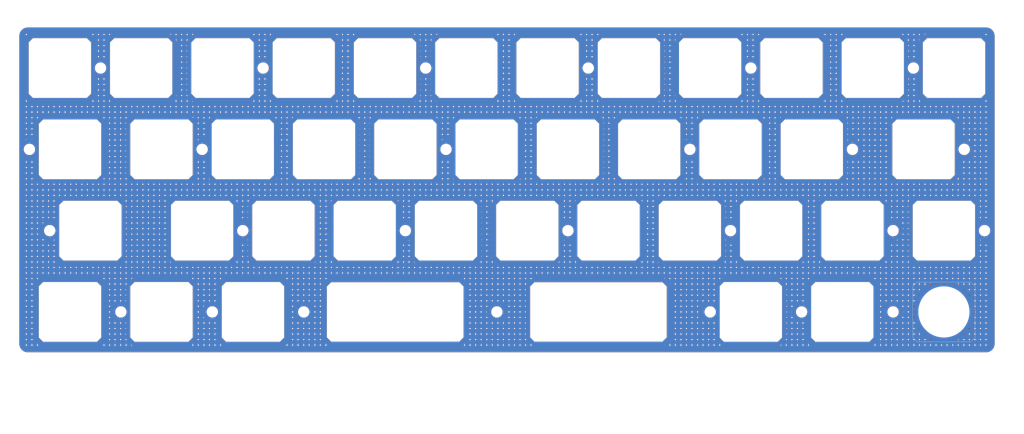
<source format=kicad_pcb>
(kicad_pcb (version 20221018) (generator pcbnew)
  (layers (0 "F.Cu" signal) (31 "B.Cu" signal) (34 "B.Paste" user) (35 "F.Paste" user) (36 "B.SilkS" user "B.Silkscreen") (37 "F.SilkS" user "F.Silkscreen") (38 "B.Mask" user) (39 "F.Mask" user) (44 "Edge.Cuts" user))
  (net 0 "")
  (net 1 "GND")
  (footprint "capacitive_sensors:plate_cut_1U_topre" (layer "F.Cu") (at 226.5 87.625)
    (fp_text reference "ECSW22")
    (fp_text value "~" hide)
    (fp_line (start -7.3 -6) (end -7.3 6) (stroke (width 0.05)) (layer "Edge.Cuts"))
    (fp_line (start -7.3 -6) (end -6.3 -7) (stroke (width 0.05)) (layer "Edge.Cuts"))
    (fp_line (start -6.3 7) (end -7.3 6) (stroke (width 0.05)) (layer "Edge.Cuts"))
    (fp_line (start -6.3 7) (end 6.3 7) (stroke (width 0.05)) (layer "Edge.Cuts"))
    (fp_line (start 6.3 -7) (end -6.3 -7) (stroke (width 0.05)) (layer "Edge.Cuts"))
    (fp_line (start 6.3 7) (end 7.3 6) (stroke (width 0.05)) (layer "Edge.Cuts"))
    (fp_line (start 7.3 -6) (end 6.3 -7) (stroke (width 0.05)) (layer "Edge.Cuts"))
    (fp_line (start 7.3 6) (end 7.3 -6) (stroke (width 0.05)) (layer "Edge.Cuts"))
  )
  (footprint "capacitive_sensors:plate_cut_1U_topre" (layer "F.Cu") (at 221.7375 68.575)
    (fp_text reference "ECSW10")
    (fp_text value "~" hide)
    (fp_line (start -7.3 -6) (end -7.3 6) (stroke (width 0.05)) (layer "Edge.Cuts"))
    (fp_line (start -7.3 -6) (end -6.3 -7) (stroke (width 0.05)) (layer "Edge.Cuts"))
    (fp_line (start -6.3 7) (end -7.3 6) (stroke (width 0.05)) (layer "Edge.Cuts"))
    (fp_line (start -6.3 7) (end 6.3 7) (stroke (width 0.05)) (layer "Edge.Cuts"))
    (fp_line (start 6.3 -7) (end -6.3 -7) (stroke (width 0.05)) (layer "Edge.Cuts"))
    (fp_line (start 6.3 7) (end 7.3 6) (stroke (width 0.05)) (layer "Edge.Cuts"))
    (fp_line (start 7.3 -6) (end 6.3 -7) (stroke (width 0.05)) (layer "Edge.Cuts"))
    (fp_line (start 7.3 6) (end 7.3 -6) (stroke (width 0.05)) (layer "Edge.Cuts"))
  )
  (footprint "capacitive_sensors:plate_cut_1U_topre" (layer "F.Cu") (at 107.4375 68.575)
    (fp_text reference "ECSW4")
    (fp_text value "~" hide)
    (fp_line (start -7.3 -6) (end -7.3 6) (stroke (width 0.05)) (layer "Edge.Cuts"))
    (fp_line (start -7.3 -6) (end -6.3 -7) (stroke (width 0.05)) (layer "Edge.Cuts"))
    (fp_line (start -6.3 7) (end -7.3 6) (stroke (width 0.05)) (layer "Edge.Cuts"))
    (fp_line (start -6.3 7) (end 6.3 7) (stroke (width 0.05)) (layer "Edge.Cuts"))
    (fp_line (start 6.3 -7) (end -6.3 -7) (stroke (width 0.05)) (layer "Edge.Cuts"))
    (fp_line (start 6.3 7) (end 7.3 6) (stroke (width 0.05)) (layer "Edge.Cuts"))
    (fp_line (start 7.3 -6) (end 6.3 -7) (stroke (width 0.05)) (layer "Edge.Cuts"))
    (fp_line (start 7.3 6) (end 7.3 -6) (stroke (width 0.05)) (layer "Edge.Cuts"))
  )
  (footprint "capacitive_sensors:MountingHole_2.2mm_M2" (layer "F.Cu") (at 262.21875 87.625)
    (fp_text reference "H13" hide)
    (fp_text value "MountingHole")
    (fp_circle (center 0 0) (end 1.1 0) (stroke (width 0.05)) (fill none) (layer "Edge.Cuts"))
    (pad "" np_thru_hole circle (at 0 0) (size 2.2 2.2) (drill 2.2) (layers "*.Cu" "*.Mask"))
  )
  (footprint "capacitive_sensors:MountingHole_2.2mm_M2" (layer "F.Cu") (at 212.2125 68.575)
    (fp_text reference "H5" hide)
    (fp_text value "MountingHole")
    (fp_circle (center 0 0) (end 1.1 0) (stroke (width 0.05)) (fill none) (layer "Edge.Cuts"))
    (pad "" np_thru_hole circle (at 0 0) (size 2.2 2.2) (drill 2.2) (layers "*.Cu" "*.Mask"))
  )
  (footprint "capacitive_sensors:MountingHole_2.2mm_M2" (layer "F.Cu") (at 47.90625 106.675)
    (fp_text reference "H14" hide)
    (fp_text value "MountingHole")
    (fp_circle (center 0 0) (end 1.1 0) (stroke (width 0.05)) (fill none) (layer "Edge.Cuts"))
    (pad "" np_thru_hole circle (at 0 0) (size 2.2 2.2) (drill 2.2) (layers "*.Cu" "*.Mask"))
  )
  (footprint "capacitive_sensors:MountingHole_2.2mm_M2" (layer "F.Cu") (at 43.14375 87.625)
    (fp_text reference "H7" hide)
    (fp_text value "MountingHole")
    (fp_circle (center 0 0) (end 1.1 0) (stroke (width 0.05)) (fill none) (layer "Edge.Cuts"))
    (pad "" np_thru_hole circle (at 0 0) (size 2.2 2.2) (drill 2.2) (layers "*.Cu" "*.Mask"))
  )
  (footprint "capacitive_sensors:plate_cut_1U_topre" (layer "F.Cu") (at 259.8375 68.575)
    (fp_text reference "ECSW12")
    (fp_text value "~" hide)
    (fp_line (start -7.3 -6) (end -7.3 6) (stroke (width 0.05)) (layer "Edge.Cuts"))
    (fp_line (start -7.3 -6) (end -6.3 -7) (stroke (width 0.05)) (layer "Edge.Cuts"))
    (fp_line (start -6.3 7) (end -7.3 6) (stroke (width 0.05)) (layer "Edge.Cuts"))
    (fp_line (start -6.3 7) (end 6.3 7) (stroke (width 0.05)) (layer "Edge.Cuts"))
    (fp_line (start 6.3 -7) (end -6.3 -7) (stroke (width 0.05)) (layer "Edge.Cuts"))
    (fp_line (start 6.3 7) (end 7.3 6) (stroke (width 0.05)) (layer "Edge.Cuts"))
    (fp_line (start 7.3 -6) (end 6.3 -7) (stroke (width 0.05)) (layer "Edge.Cuts"))
    (fp_line (start 7.3 6) (end 7.3 -6) (stroke (width 0.05)) (layer "Edge.Cuts"))
  )
  (footprint "capacitive_sensors:plate_cut_1U_topre" (layer "F.Cu") (at 197.925 106.675)
    (fp_text reference "ECSW31")
    (fp_text value "~" hide)
    (fp_line (start -7.3 -6) (end -7.3 6) (stroke (width 0.05)) (layer "Edge.Cuts"))
    (fp_line (start -7.3 -6) (end -6.3 -7) (stroke (width 0.05)) (layer "Edge.Cuts"))
    (fp_line (start -6.3 7) (end -7.3 6) (stroke (width 0.05)) (layer "Edge.Cuts"))
    (fp_line (start -6.3 7) (end 6.3 7) (stroke (width 0.05)) (layer "Edge.Cuts"))
    (fp_line (start 6.3 -7) (end -6.3 -7) (stroke (width 0.05)) (layer "Edge.Cuts"))
    (fp_line (start 6.3 7) (end 7.3 6) (stroke (width 0.05)) (layer "Edge.Cuts"))
    (fp_line (start 7.3 -6) (end 6.3 -7) (stroke (width 0.05)) (layer "Edge.Cuts"))
    (fp_line (start 7.3 6) (end 7.3 -6) (stroke (width 0.05)) (layer "Edge.Cuts"))
  )
  (footprint "capacitive_sensors:plate_cut_1U_topre" (layer "F.Cu") (at 121.725 106.675)
    (fp_text reference "ECSW27")
    (fp_text value "~" hide)
    (fp_line (start -7.3 -6) (end -7.3 6) (stroke (width 0.05)) (layer "Edge.Cuts"))
    (fp_line (start -7.3 -6) (end -6.3 -7) (stroke (width 0.05)) (layer "Edge.Cuts"))
    (fp_line (start -6.3 7) (end -7.3 6) (stroke (width 0.05)) (layer "Edge.Cuts"))
    (fp_line (start -6.3 7) (end 6.3 7) (stroke (width 0.05)) (layer "Edge.Cuts"))
    (fp_line (start 6.3 -7) (end -6.3 -7) (stroke (width 0.05)) (layer "Edge.Cuts"))
    (fp_line (start 6.3 7) (end 7.3 6) (stroke (width 0.05)) (layer "Edge.Cuts"))
    (fp_line (start 7.3 -6) (end 6.3 -7) (stroke (width 0.05)) (layer "Edge.Cuts"))
    (fp_line (start 7.3 6) (end 7.3 -6) (stroke (width 0.05)) (layer "Edge.Cuts"))
  )
  (footprint "capacitive_sensors:plate_cut_2U_topre" (layer "F.Cu") (at 176.49375 125.725)
    (fp_text reference "ECSW39")
    (fp_text value "~" hide)
    (fp_line (start -16 -5.95) (end -16 5.95) (stroke (width 0.05)) (layer "Edge.Cuts"))
    (fp_line (start -16 -5.95) (end -15 -6.95) (stroke (width 0.05)) (layer "Edge.Cuts"))
    (fp_line (start -15 6.95) (end -16 5.95) (stroke (width 0.05)) (layer "Edge.Cuts"))
    (fp_line (start -15 6.95) (end 15 6.95) (stroke (width 0.05)) (layer "Edge.Cuts"))
    (fp_line (start 15 -6.95) (end -15 -6.95) (stroke (width 0.05)) (layer "Edge.Cuts"))
    (fp_line (start 15 6.95) (end 16 5.95) (stroke (width 0.05)) (layer "Edge.Cuts"))
    (fp_line (start 16 -5.95) (end 15 -6.95) (stroke (width 0.05)) (layer "Edge.Cuts"))
    (fp_line (start 16 5.95) (end 16 -5.95) (stroke (width 0.05)) (layer "Edge.Cuts"))
  )
  (footprint "capacitive_sensors:plate_cut_1U_topre" (layer "F.Cu") (at 233.64375 125.725)
    (fp_text reference "ECSW41")
    (fp_text value "~" hide)
    (fp_line (start -7.3 -6) (end -7.3 6) (stroke (width 0.05)) (layer "Edge.Cuts"))
    (fp_line (start -7.3 -6) (end -6.3 -7) (stroke (width 0.05)) (layer "Edge.Cuts"))
    (fp_line (start -6.3 7) (end -7.3 6) (stroke (width 0.05)) (layer "Edge.Cuts"))
    (fp_line (start -6.3 7) (end 6.3 7) (stroke (width 0.05)) (layer "Edge.Cuts"))
    (fp_line (start 6.3 -7) (end -6.3 -7) (stroke (width 0.05)) (layer "Edge.Cuts"))
    (fp_line (start 6.3 7) (end 7.3 6) (stroke (width 0.05)) (layer "Edge.Cuts"))
    (fp_line (start 7.3 -6) (end 6.3 -7) (stroke (width 0.05)) (layer "Edge.Cuts"))
    (fp_line (start 7.3 6) (end 7.3 -6) (stroke (width 0.05)) (layer "Edge.Cuts"))
  )
  (footprint "capacitive_sensors:MountingHole_2.2mm_M2" (layer "F.Cu") (at 202.6875 125.725)
    (fp_text reference "H23" hide)
    (fp_text value "MountingHole")
    (fp_circle (center 0 0) (end 1.1 0) (stroke (width 0.05)) (fill none) (layer "Edge.Cuts"))
    (pad "" np_thru_hole circle (at 0 0) (size 2.2 2.2) (drill 2.2) (layers "*.Cu" "*.Mask"))
  )
  (footprint "capacitive_sensors:plate_cut_1U_topre" (layer "F.Cu") (at 216.975 106.675)
    (fp_text reference "ECSW32")
    (fp_text value "~" hide)
    (fp_line (start -7.3 -6) (end -7.3 6) (stroke (width 0.05)) (layer "Edge.Cuts"))
    (fp_line (start -7.3 -6) (end -6.3 -7) (stroke (width 0.05)) (layer "Edge.Cuts"))
    (fp_line (start -6.3 7) (end -7.3 6) (stroke (width 0.05)) (layer "Edge.Cuts"))
    (fp_line (start -6.3 7) (end 6.3 7) (stroke (width 0.05)) (layer "Edge.Cuts"))
    (fp_line (start 6.3 -7) (end -6.3 -7) (stroke (width 0.05)) (layer "Edge.Cuts"))
    (fp_line (start 6.3 7) (end 7.3 6) (stroke (width 0.05)) (layer "Edge.Cuts"))
    (fp_line (start 7.3 -6) (end 6.3 -7) (stroke (width 0.05)) (layer "Edge.Cuts"))
    (fp_line (start 7.3 6) (end 7.3 -6) (stroke (width 0.05)) (layer "Edge.Cuts"))
  )
  (footprint "capacitive_sensors:plate_cut_1U_topre" (layer "F.Cu") (at 112.2 87.625)
    (fp_text reference "ECSW16")
    (fp_text value "~" hide)
    (fp_line (start -7.3 -6) (end -7.3 6) (stroke (width 0.05)) (layer "Edge.Cuts"))
    (fp_line (start -7.3 -6) (end -6.3 -7) (stroke (width 0.05)) (layer "Edge.Cuts"))
    (fp_line (start -6.3 7) (end -7.3 6) (stroke (width 0.05)) (layer "Edge.Cuts"))
    (fp_line (start -6.3 7) (end 6.3 7) (stroke (width 0.05)) (layer "Edge.Cuts"))
    (fp_line (start 6.3 -7) (end -6.3 -7) (stroke (width 0.05)) (layer "Edge.Cuts"))
    (fp_line (start 6.3 7) (end 7.3 6) (stroke (width 0.05)) (layer "Edge.Cuts"))
    (fp_line (start 7.3 -6) (end 6.3 -7) (stroke (width 0.05)) (layer "Edge.Cuts"))
    (fp_line (start 7.3 6) (end 7.3 -6) (stroke (width 0.05)) (layer "Edge.Cuts"))
  )
  (footprint "capacitive_sensors:MountingHole_2.2mm_M2" (layer "F.Cu") (at 64.575 125.725)
    (fp_text reference "H21" hide)
    (fp_text value "MountingHole")
    (fp_circle (center 0 0) (end 1.1 0) (stroke (width 0.05)) (fill none) (layer "Edge.Cuts"))
    (pad "" np_thru_hole circle (at 0 0) (size 2.2 2.2) (drill 2.2) (layers "*.Cu" "*.Mask"))
  )
  (footprint "capacitive_sensors:plate_cut_1U_topre" (layer "F.Cu") (at 257.45625 106.675)
    (fp_text reference "ECSW34")
    (fp_text value "~" hide)
    (fp_line (start -7.3 -6) (end -7.3 6) (stroke (width 0.05)) (layer "Edge.Cuts"))
    (fp_line (start -7.3 -6) (end -6.3 -7) (stroke (width 0.05)) (layer "Edge.Cuts"))
    (fp_line (start -6.3 7) (end -7.3 6) (stroke (width 0.05)) (layer "Edge.Cuts"))
    (fp_line (start -6.3 7) (end 6.3 7) (stroke (width 0.05)) (layer "Edge.Cuts"))
    (fp_line (start 6.3 -7) (end -6.3 -7) (stroke (width 0.05)) (layer "Edge.Cuts"))
    (fp_line (start 6.3 7) (end 7.3 6) (stroke (width 0.05)) (layer "Edge.Cuts"))
    (fp_line (start 7.3 -6) (end 6.3 -7) (stroke (width 0.05)) (layer "Edge.Cuts"))
    (fp_line (start 7.3 6) (end 7.3 -6) (stroke (width 0.05)) (layer "Edge.Cuts"))
  )
  (footprint "capacitive_sensors:MountingHole_2.2mm_M2" (layer "F.Cu") (at 93.15 106.675)
    (fp_text reference "H15" hide)
    (fp_text value "MountingHole")
    (fp_circle (center 0 0) (end 1.1 0) (stroke (width 0.05)) (fill none) (layer "Edge.Cuts"))
    (pad "" np_thru_hole circle (at 0 0) (size 2.2 2.2) (drill 2.2) (layers "*.Cu" "*.Mask"))
  )
  (footprint "capacitive_sensors:plate_cut_1U_topre" (layer "F.Cu") (at 93.15 87.625)
    (fp_text reference "ECSW15")
    (fp_text value "~" hide)
    (fp_line (start -7.3 -6) (end -7.3 6) (stroke (width 0.05)) (layer "Edge.Cuts"))
    (fp_line (start -7.3 -6) (end -6.3 -7) (stroke (width 0.05)) (layer "Edge.Cuts"))
    (fp_line (start -6.3 7) (end -7.3 6) (stroke (width 0.05)) (layer "Edge.Cuts"))
    (fp_line (start -6.3 7) (end 6.3 7) (stroke (width 0.05)) (layer "Edge.Cuts"))
    (fp_line (start 6.3 -7) (end -6.3 -7) (stroke (width 0.05)) (layer "Edge.Cuts"))
    (fp_line (start 6.3 7) (end 7.3 6) (stroke (width 0.05)) (layer "Edge.Cuts"))
    (fp_line (start 7.3 -6) (end 6.3 -7) (stroke (width 0.05)) (layer "Edge.Cuts"))
    (fp_line (start 7.3 6) (end 7.3 -6) (stroke (width 0.05)) (layer "Edge.Cuts"))
  )
  (footprint "capacitive_sensors:plate_cut_1U_topre" (layer "F.Cu") (at 164.5875 68.575)
    (fp_text reference "ECSW7")
    (fp_text value "~" hide)
    (fp_line (start -7.3 -6) (end -7.3 6) (stroke (width 0.05)) (layer "Edge.Cuts"))
    (fp_line (start -7.3 -6) (end -6.3 -7) (stroke (width 0.05)) (layer "Edge.Cuts"))
    (fp_line (start -6.3 7) (end -7.3 6) (stroke (width 0.05)) (layer "Edge.Cuts"))
    (fp_line (start -6.3 7) (end 6.3 7) (stroke (width 0.05)) (layer "Edge.Cuts"))
    (fp_line (start 6.3 -7) (end -6.3 -7) (stroke (width 0.05)) (layer "Edge.Cuts"))
    (fp_line (start 6.3 7) (end 7.3 6) (stroke (width 0.05)) (layer "Edge.Cuts"))
    (fp_line (start 7.3 -6) (end 6.3 -7) (stroke (width 0.05)) (layer "Edge.Cuts"))
    (fp_line (start 7.3 6) (end 7.3 -6) (stroke (width 0.05)) (layer "Edge.Cuts"))
  )
  (footprint "capacitive_sensors:plate_cut_1U_topre" (layer "F.Cu") (at 52.66875 125.725)
    (fp_text reference "ECSW35")
    (fp_text value "~" hide)
    (fp_line (start -7.3 -6) (end -7.3 6) (stroke (width 0.05)) (layer "Edge.Cuts"))
    (fp_line (start -7.3 -6) (end -6.3 -7) (stroke (width 0.05)) (layer "Edge.Cuts"))
    (fp_line (start -6.3 7) (end -7.3 6) (stroke (width 0.05)) (layer "Edge.Cuts"))
    (fp_line (start -6.3 7) (end 6.3 7) (stroke (width 0.05)) (layer "Edge.Cuts"))
    (fp_line (start 6.3 -7) (end -6.3 -7) (stroke (width 0.05)) (layer "Edge.Cuts"))
    (fp_line (start 6.3 7) (end 7.3 6) (stroke (width 0.05)) (layer "Edge.Cuts"))
    (fp_line (start 7.3 -6) (end 6.3 -7) (stroke (width 0.05)) (layer "Edge.Cuts"))
    (fp_line (start 7.3 6) (end 7.3 -6) (stroke (width 0.05)) (layer "Edge.Cuts"))
  )
  (footprint "capacitive_sensors:MountingHole_2.2mm_M2" (layer "F.Cu") (at 245.55 125.725)
    (fp_text reference "H24" hide)
    (fp_text value "MountingHole")
    (fp_circle (center 0 0) (end 1.1 0) (stroke (width 0.05)) (fill none) (layer "Edge.Cuts"))
    (pad "" np_thru_hole circle (at 0 0) (size 2.2 2.2) (drill 2.2) (layers "*.Cu" "*.Mask"))
  )
  (footprint "capacitive_sensors:plate_cut_1U_topre" (layer "F.Cu") (at 240.7875 68.575)
    (fp_text reference "ECSW11")
    (fp_text value "~" hide)
    (fp_line (start -7.3 -6) (end -7.3 6) (stroke (width 0.05)) (layer "Edge.Cuts"))
    (fp_line (start -7.3 -6) (end -6.3 -7) (stroke (width 0.05)) (layer "Edge.Cuts"))
    (fp_line (start -6.3 7) (end -7.3 6) (stroke (width 0.05)) (layer "Edge.Cuts"))
    (fp_line (start -6.3 7) (end 6.3 7) (stroke (width 0.05)) (layer "Edge.Cuts"))
    (fp_line (start 6.3 -7) (end -6.3 -7) (stroke (width 0.05)) (layer "Edge.Cuts"))
    (fp_line (start 6.3 7) (end 7.3 6) (stroke (width 0.05)) (layer "Edge.Cuts"))
    (fp_line (start 7.3 -6) (end 6.3 -7) (stroke (width 0.05)) (layer "Edge.Cuts"))
    (fp_line (start 7.3 6) (end 7.3 -6) (stroke (width 0.05)) (layer "Edge.Cuts"))
  )
  (footprint "capacitive_sensors:plate_cut_1U_topre" (layer "F.Cu") (at 252.69375 87.625)
    (fp_text reference "ECSW23")
    (fp_text value "~" hide)
    (fp_line (start -7.3 -6) (end -7.3 6) (stroke (width 0.05)) (layer "Edge.Cuts"))
    (fp_line (start -7.3 -6) (end -6.3 -7) (stroke (width 0.05)) (layer "Edge.Cuts"))
    (fp_line (start -6.3 7) (end -7.3 6) (stroke (width 0.05)) (layer "Edge.Cuts"))
    (fp_line (start -6.3 7) (end 6.3 7) (stroke (width 0.05)) (layer "Edge.Cuts"))
    (fp_line (start 6.3 -7) (end -6.3 -7) (stroke (width 0.05)) (layer "Edge.Cuts"))
    (fp_line (start 6.3 7) (end 7.3 6) (stroke (width 0.05)) (layer "Edge.Cuts"))
    (fp_line (start 7.3 -6) (end 6.3 -7) (stroke (width 0.05)) (layer "Edge.Cuts"))
    (fp_line (start 7.3 6) (end 7.3 -6) (stroke (width 0.05)) (layer "Edge.Cuts"))
  )
  (footprint "capacitive_sensors:MountingHole_2.2mm_M2" (layer "F.Cu") (at 197.925 87.625)
    (fp_text reference "H11" hide)
    (fp_text value "MountingHole")
    (fp_circle (center 0 0) (end 1.1 0) (stroke (width 0.05)) (fill none) (layer "Edge.Cuts"))
    (pad "" np_thru_hole circle (at 0 0) (size 2.2 2.2) (drill 2.2) (layers "*.Cu" "*.Mask"))
  )
  (footprint "capacitive_sensors:plate_cut_2U_topre" (layer "F.Cu") (at 128.86875 125.725)
    (fp_text reference "ECSW38")
    (fp_text value "~" hide)
    (fp_line (start -16 -5.95) (end -16 5.95) (stroke (width 0.05)) (layer "Edge.Cuts"))
    (fp_line (start -16 -5.95) (end -15 -6.95) (stroke (width 0.05)) (layer "Edge.Cuts"))
    (fp_line (start -15 6.95) (end -16 5.95) (stroke (width 0.05)) (layer "Edge.Cuts"))
    (fp_line (start -15 6.95) (end 15 6.95) (stroke (width 0.05)) (layer "Edge.Cuts"))
    (fp_line (start 15 -6.95) (end -15 -6.95) (stroke (width 0.05)) (layer "Edge.Cuts"))
    (fp_line (start 15 6.95) (end 16 5.95) (stroke (width 0.05)) (layer "Edge.Cuts"))
    (fp_line (start 16 -5.95) (end 15 -6.95) (stroke (width 0.05)) (layer "Edge.Cuts"))
    (fp_line (start 16 5.95) (end 16 -5.95) (stroke (width 0.05)) (layer "Edge.Cuts"))
  )
  (footprint "capacitive_sensors:plate_cut_1U_topre" (layer "F.Cu") (at 169.35 87.625)
    (fp_text reference "ECSW19")
    (fp_text value "~" hide)
    (fp_line (start -7.3 -6) (end -7.3 6) (stroke (width 0.05)) (layer "Edge.Cuts"))
    (fp_line (start -7.3 -6) (end -6.3 -7) (stroke (width 0.05)) (layer "Edge.Cuts"))
    (fp_line (start -6.3 7) (end -7.3 6) (stroke (width 0.05)) (layer "Edge.Cuts"))
    (fp_line (start -6.3 7) (end 6.3 7) (stroke (width 0.05)) (layer "Edge.Cuts"))
    (fp_line (start 6.3 -7) (end -6.3 -7) (stroke (width 0.05)) (layer "Edge.Cuts"))
    (fp_line (start 6.3 7) (end 7.3 6) (stroke (width 0.05)) (layer "Edge.Cuts"))
    (fp_line (start 7.3 -6) (end 6.3 -7) (stroke (width 0.05)) (layer "Edge.Cuts"))
    (fp_line (start 7.3 6) (end 7.3 -6) (stroke (width 0.05)) (layer "Edge.Cuts"))
  )
  (footprint "capacitive_sensors:MountingHole_2.2mm_M2" (layer "F.Cu") (at 152.69375 125.725)
    (fp_text reference "H25" hide)
    (fp_text value "MountingHole")
    (fp_circle (center 0 0) (end 1.1 0) (stroke (width 0.05)) (fill none) (layer "Edge.Cuts"))
    (pad "" np_thru_hole circle (at 0 0) (size 2.2 2.2) (drill 2.2) (layers "*.Cu" "*.Mask"))
  )
  (footprint "capacitive_sensors:plate_cut_1U_topre" (layer "F.Cu") (at 50.2875 68.575)
    (fp_text reference "ECSW1")
    (fp_text value "~" hide)
    (fp_line (start -7.3 -6) (end -7.3 6) (stroke (width 0.05)) (layer "Edge.Cuts"))
    (fp_line (start -7.3 -6) (end -6.3 -7) (stroke (width 0.05)) (layer "Edge.Cuts"))
    (fp_line (start -6.3 7) (end -7.3 6) (stroke (width 0.05)) (layer "Edge.Cuts"))
    (fp_line (start -6.3 7) (end 6.3 7) (stroke (width 0.05)) (layer "Edge.Cuts"))
    (fp_line (start 6.3 -7) (end -6.3 -7) (stroke (width 0.05)) (layer "Edge.Cuts"))
    (fp_line (start 6.3 7) (end 7.3 6) (stroke (width 0.05)) (layer "Edge.Cuts"))
    (fp_line (start 7.3 -6) (end 6.3 -7) (stroke (width 0.05)) (layer "Edge.Cuts"))
    (fp_line (start 7.3 6) (end 7.3 -6) (stroke (width 0.05)) (layer "Edge.Cuts"))
  )
  (footprint "capacitive_sensors:plate_cut_1U_topre" (layer "F.Cu") (at 202.6875 68.575)
    (fp_text reference "ECSW9")
    (fp_text value "~" hide)
    (fp_line (start -7.3 -6) (end -7.3 6) (stroke (width 0.05)) (layer "Edge.Cuts"))
    (fp_line (start -7.3 -6) (end -6.3 -7) (stroke (width 0.05)) (layer "Edge.Cuts"))
    (fp_line (start -6.3 7) (end -7.3 6) (stroke (width 0.05)) (layer "Edge.Cuts"))
    (fp_line (start -6.3 7) (end 6.3 7) (stroke (width 0.05)) (layer "Edge.Cuts"))
    (fp_line (start 6.3 -7) (end -6.3 -7) (stroke (width 0.05)) (layer "Edge.Cuts"))
    (fp_line (start 6.3 7) (end 7.3 6) (stroke (width 0.05)) (layer "Edge.Cuts"))
    (fp_line (start 7.3 -6) (end 6.3 -7) (stroke (width 0.05)) (layer "Edge.Cuts"))
    (fp_line (start 7.3 6) (end 7.3 -6) (stroke (width 0.05)) (layer "Edge.Cuts"))
  )
  (footprint "capacitive_sensors:plate_cut_1U_topre" (layer "F.Cu") (at 102.675 106.675)
    (fp_text reference "ECSW26")
    (fp_text value "~" hide)
    (fp_line (start -7.3 -6) (end -7.3 6) (stroke (width 0.05)) (layer "Edge.Cuts"))
    (fp_line (start -7.3 -6) (end -6.3 -7) (stroke (width 0.05)) (layer "Edge.Cuts"))
    (fp_line (start -6.3 7) (end -7.3 6) (stroke (width 0.05)) (layer "Edge.Cuts"))
    (fp_line (start -6.3 7) (end 6.3 7) (stroke (width 0.05)) (layer "Edge.Cuts"))
    (fp_line (start 6.3 -7) (end -6.3 -7) (stroke (width 0.05)) (layer "Edge.Cuts"))
    (fp_line (start 6.3 7) (end 7.3 6) (stroke (width 0.05)) (layer "Edge.Cuts"))
    (fp_line (start 7.3 -6) (end 6.3 -7) (stroke (width 0.05)) (layer "Edge.Cuts"))
    (fp_line (start 7.3 6) (end 7.3 -6) (stroke (width 0.05)) (layer "Edge.Cuts"))
  )
  (footprint "capacitive_sensors:plate_cut_1U_topre" (layer "F.Cu") (at 236.025 106.675)
    (fp_text reference "ECSW33")
    (fp_text value "~" hide)
    (fp_line (start -7.3 -6) (end -7.3 6) (stroke (width 0.05)) (layer "Edge.Cuts"))
    (fp_line (start -7.3 -6) (end -6.3 -7) (stroke (width 0.05)) (layer "Edge.Cuts"))
    (fp_line (start -6.3 7) (end -7.3 6) (stroke (width 0.05)) (layer "Edge.Cuts"))
    (fp_line (start -6.3 7) (end 6.3 7) (stroke (width 0.05)) (layer "Edge.Cuts"))
    (fp_line (start 6.3 -7) (end -6.3 -7) (stroke (width 0.05)) (layer "Edge.Cuts"))
    (fp_line (start 6.3 7) (end 7.3 6) (stroke (width 0.05)) (layer "Edge.Cuts"))
    (fp_line (start 7.3 -6) (end 6.3 -7) (stroke (width 0.05)) (layer "Edge.Cuts"))
    (fp_line (start 7.3 6) (end 7.3 -6) (stroke (width 0.05)) (layer "Edge.Cuts"))
  )
  (footprint "capacitive_sensors:MountingHole_2.2mm_M2" (layer "F.Cu") (at 174.1125 68.575)
    (fp_text reference "H4" hide)
    (fp_text value "MountingHole")
    (fp_circle (center 0 0) (end 1.1 0) (stroke (width 0.05)) (fill none) (layer "Edge.Cuts"))
    (pad "" np_thru_hole circle (at 0 0) (size 2.2 2.2) (drill 2.2) (layers "*.Cu" "*.Mask"))
  )
  (footprint "capacitive_sensors:plate_cut_1U_topre" (layer "F.Cu") (at 83.625 106.675)
    (fp_text reference "ECSW25")
    (fp_text value "~" hide)
    (fp_line (start -7.3 -6) (end -7.3 6) (stroke (width 0.05)) (layer "Edge.Cuts"))
    (fp_line (start -7.3 -6) (end -6.3 -7) (stroke (width 0.05)) (layer "Edge.Cuts"))
    (fp_line (start -6.3 7) (end -7.3 6) (stroke (width 0.05)) (layer "Edge.Cuts"))
    (fp_line (start -6.3 7) (end 6.3 7) (stroke (width 0.05)) (layer "Edge.Cuts"))
    (fp_line (start 6.3 -7) (end -6.3 -7) (stroke (width 0.05)) (layer "Edge.Cuts"))
    (fp_line (start 6.3 7) (end 7.3 6) (stroke (width 0.05)) (layer "Edge.Cuts"))
    (fp_line (start 7.3 -6) (end 6.3 -7) (stroke (width 0.05)) (layer "Edge.Cuts"))
    (fp_line (start 7.3 6) (end 7.3 -6) (stroke (width 0.05)) (layer "Edge.Cuts"))
  )
  (footprint "capacitive_sensors:plate_cut_1U_topre" (layer "F.Cu") (at 74.1 125.725)
    (fp_text reference "ECSW36")
    (fp_text value "~" hide)
    (fp_line (start -7.3 -6) (end -7.3 6) (stroke (width 0.05)) (layer "Edge.Cuts"))
    (fp_line (start -7.3 -6) (end -6.3 -7) (stroke (width 0.05)) (layer "Edge.Cuts"))
    (fp_line (start -6.3 7) (end -7.3 6) (stroke (width 0.05)) (layer "Edge.Cuts"))
    (fp_line (start -6.3 7) (end 6.3 7) (stroke (width 0.05)) (layer "Edge.Cuts"))
    (fp_line (start 6.3 -7) (end -6.3 -7) (stroke (width 0.05)) (layer "Edge.Cuts"))
    (fp_line (start 6.3 7) (end 7.3 6) (stroke (width 0.05)) (layer "Edge.Cuts"))
    (fp_line (start 7.3 -6) (end 6.3 -7) (stroke (width 0.05)) (layer "Edge.Cuts"))
    (fp_line (start 7.3 6) (end 7.3 -6) (stroke (width 0.05)) (layer "Edge.Cuts"))
  )
  (footprint "capacitive_sensors:plate_cut_1U_topre" (layer "F.Cu") (at 159.825 106.675)
    (fp_text reference "ECSW29")
    (fp_text value "~" hide)
    (fp_line (start -7.3 -6) (end -7.3 6) (stroke (width 0.05)) (layer "Edge.Cuts"))
    (fp_line (start -7.3 -6) (end -6.3 -7) (stroke (width 0.05)) (layer "Edge.Cuts"))
    (fp_line (start -6.3 7) (end -7.3 6) (stroke (width 0.05)) (layer "Edge.Cuts"))
    (fp_line (start -6.3 7) (end 6.3 7) (stroke (width 0.05)) (layer "Edge.Cuts"))
    (fp_line (start 6.3 -7) (end -6.3 -7) (stroke (width 0.05)) (layer "Edge.Cuts"))
    (fp_line (start 6.3 7) (end 7.3 6) (stroke (width 0.05)) (layer "Edge.Cuts"))
    (fp_line (start 7.3 -6) (end 6.3 -7) (stroke (width 0.05)) (layer "Edge.Cuts"))
    (fp_line (start 7.3 6) (end 7.3 -6) (stroke (width 0.05)) (layer "Edge.Cuts"))
  )
  (footprint "capacitive_sensors:MountingHole_2.2mm_M2" (layer "F.Cu") (at 140.775 87.625)
    (fp_text reference "H10" hide)
    (fp_text value "MountingHole")
    (fp_circle (center 0 0) (end 1.1 0) (stroke (width 0.05)) (fill none) (layer "Edge.Cuts"))
    (pad "" np_thru_hole circle (at 0 0) (size 2.2 2.2) (drill 2.2) (layers "*.Cu" "*.Mask"))
  )
  (footprint "capacitive_sensors:plate_cut_1U_topre" (layer "F.Cu") (at 188.4 87.625)
    (fp_text reference "ECSW20")
    (fp_text value "~" hide)
    (fp_line (start -7.3 -6) (end -7.3 6) (stroke (width 0.05)) (layer "Edge.Cuts"))
    (fp_line (start -7.3 -6) (end -6.3 -7) (stroke (width 0.05)) (layer "Edge.Cuts"))
    (fp_line (start -6.3 7) (end -7.3 6) (stroke (width 0.05)) (layer "Edge.Cuts"))
    (fp_line (start -6.3 7) (end 6.3 7) (stroke (width 0.05)) (layer "Edge.Cuts"))
    (fp_line (start 6.3 -7) (end -6.3 -7) (stroke (width 0.05)) (layer "Edge.Cuts"))
    (fp_line (start 6.3 7) (end 7.3 6) (stroke (width 0.05)) (layer "Edge.Cuts"))
    (fp_line (start 7.3 -6) (end 6.3 -7) (stroke (width 0.05)) (layer "Edge.Cuts"))
    (fp_line (start 7.3 6) (end 7.3 -6) (stroke (width 0.05)) (layer "Edge.Cuts"))
  )
  (footprint "capacitive_sensors:MountingHole_2.2mm_M2" (layer "F.Cu") (at 97.9125 68.575)
    (fp_text reference "H2" hide)
    (fp_text value "MountingHole")
    (fp_circle (center 0 0) (end 1.1 0) (stroke (width 0.05)) (fill none) (layer "Edge.Cuts"))
    (pad "" np_thru_hole circle (at 0 0) (size 2.2 2.2) (drill 2.2) (layers "*.Cu" "*.Mask"))
  )
  (footprint "capacitive_sensors:MountingHole_2.2mm_M2" (layer "F.Cu") (at 250.3125 68.575)
    (fp_text reference "H6" hide)
    (fp_text value "MountingHole")
    (fp_circle (center 0 0) (end 1.1 0) (stroke (width 0.05)) (fill none) (layer "Edge.Cuts"))
    (pad "" np_thru_hole circle (at 0 0) (size 2.2 2.2) (drill 2.2) (layers "*.Cu" "*.Mask"))
  )
  (footprint "capacitive_sensors:MountingHole_2.2mm_M2" (layer "F.Cu") (at 136.0125 68.575)
    (fp_text reference "H3" hide)
    (fp_text value "MountingHole")
    (fp_circle (center 0 0) (end 1.1 0) (stroke (width 0.05)) (fill none) (layer "Edge.Cuts"))
    (pad "" np_thru_hole circle (at 0 0) (size 2.2 2.2) (drill 2.2) (layers "*.Cu" "*.Mask"))
  )
  (footprint "capacitive_sensors:plate_cut_1U_topre" (layer "F.Cu") (at 212.2125 125.725)
    (fp_text reference "ECSW40")
    (fp_text value "~" hide)
    (fp_line (start -7.3 -6) (end -7.3 6) (stroke (width 0.05)) (layer "Edge.Cuts"))
    (fp_line (start -7.3 -6) (end -6.3 -7) (stroke (width 0.05)) (layer "Edge.Cuts"))
    (fp_line (start -6.3 7) (end -7.3 6) (stroke (width 0.05)) (layer "Edge.Cuts"))
    (fp_line (start -6.3 7) (end 6.3 7) (stroke (width 0.05)) (layer "Edge.Cuts"))
    (fp_line (start 6.3 -7) (end -6.3 -7) (stroke (width 0.05)) (layer "Edge.Cuts"))
    (fp_line (start 6.3 7) (end 7.3 6) (stroke (width 0.05)) (layer "Edge.Cuts"))
    (fp_line (start 7.3 -6) (end 6.3 -7) (stroke (width 0.05)) (layer "Edge.Cuts"))
    (fp_line (start 7.3 6) (end 7.3 -6) (stroke (width 0.05)) (layer "Edge.Cuts"))
  )
  (footprint "capacitive_sensors:plate_cut_1U_topre" (layer "F.Cu") (at 178.875 106.675)
    (fp_text reference "ECSW30")
    (fp_text value "~" hide)
    (fp_line (start -7.3 -6) (end -7.3 6) (stroke (width 0.05)) (layer "Edge.Cuts"))
    (fp_line (start -7.3 -6) (end -6.3 -7) (stroke (width 0.05)) (layer "Edge.Cuts"))
    (fp_line (start -6.3 7) (end -7.3 6) (stroke (width 0.05)) (layer "Edge.Cuts"))
    (fp_line (start -6.3 7) (end 6.3 7) (stroke (width 0.05)) (layer "Edge.Cuts"))
    (fp_line (start 6.3 -7) (end -6.3 -7) (stroke (width 0.05)) (layer "Edge.Cuts"))
    (fp_line (start 6.3 7) (end 7.3 6) (stroke (width 0.05)) (layer "Edge.Cuts"))
    (fp_line (start 7.3 -6) (end 6.3 -7) (stroke (width 0.05)) (layer "Edge.Cuts"))
    (fp_line (start 7.3 6) (end 7.3 -6) (stroke (width 0.05)) (layer "Edge.Cuts"))
  )
  (footprint "capacitive_sensors:MountingHole_2.2mm_M2" (layer "F.Cu") (at 131.25 106.675)
    (fp_text reference "H16" hide)
    (fp_text value "MountingHole")
    (fp_circle (center 0 0) (end 1.1 0) (stroke (width 0.05)) (fill none) (layer "Edge.Cuts"))
    (pad "" np_thru_hole circle (at 0 0) (size 2.2 2.2) (drill 2.2) (layers "*.Cu" "*.Mask"))
  )
  (footprint "capacitive_sensors:plate_cut_1U_topre" (layer "F.Cu") (at 150.3 87.625)
    (fp_text reference "ECSW18")
    (fp_text value "~" hide)
    (fp_line (start -7.3 -6) (end -7.3 6) (stroke (width 0.05)) (layer "Edge.Cuts"))
    (fp_line (start -7.3 -6) (end -6.3 -7) (stroke (width 0.05)) (layer "Edge.Cuts"))
    (fp_line (start -6.3 7) (end -7.3 6) (stroke (width 0.05)) (layer "Edge.Cuts"))
    (fp_line (start -6.3 7) (end 6.3 7) (stroke (width 0.05)) (layer "Edge.Cuts"))
    (fp_line (start 6.3 -7) (end -6.3 -7) (stroke (width 0.05)) (layer "Edge.Cuts"))
    (fp_line (start 6.3 7) (end 7.3 6) (stroke (width 0.05)) (layer "Edge.Cuts"))
    (fp_line (start 7.3 -6) (end 6.3 -7) (stroke (width 0.05)) (layer "Edge.Cuts"))
    (fp_line (start 7.3 6) (end 7.3 -6) (stroke (width 0.05)) (layer "Edge.Cuts"))
  )
  (footprint "capacitive_sensors:MountingHole_2.2mm_M2" (layer "F.Cu") (at 224.11875 125.725)
    (fp_text reference "H26" hide)
    (fp_text value "MountingHole")
    (fp_circle (center 0 0) (end 1.1 0) (stroke (width 0.05)) (fill none) (layer "Edge.Cuts"))
    (pad "" np_thru_hole circle (at 0 0) (size 2.2 2.2) (drill 2.2) (layers "*.Cu" "*.Mask"))
  )
  (footprint "capacitive_sensors:MountingHole_2.2mm_M2" (layer "F.Cu") (at 245.55 106.675)
    (fp_text reference "H19" hide)
    (fp_text value "MountingHole")
    (fp_circle (center 0 0) (end 1.1 0) (stroke (width 0.05)) (fill none) (layer "Edge.Cuts"))
    (pad "" np_thru_hole circle (at 0 0) (size 2.2 2.2) (drill 2.2) (layers "*.Cu" "*.Mask"))
  )
  (footprint "capacitive_sensors:MountingHole_2.2mm_M2" (layer "F.Cu") (at 86.00625 125.725)
    (fp_text reference "H9" hide)
    (fp_text value "MountingHole")
    (fp_circle (center 0 0) (end 1.1 0) (stroke (width 0.05)) (fill none) (layer "Edge.Cuts"))
    (pad "" np_thru_hole circle (at 0 0) (size 2.2 2.2) (drill 2.2) (layers "*.Cu" "*.Mask"))
  )
  (footprint "capacitive_sensors:plate_cut_1U_topre" (layer "F.Cu") (at 140.775 106.675)
    (fp_text reference "ECSW28")
    (fp_text value "~" hide)
    (fp_line (start -7.3 -6) (end -7.3 6) (stroke (width 0.05)) (layer "Edge.Cuts"))
    (fp_line (start -7.3 -6) (end -6.3 -7) (stroke (width 0.05)) (layer "Edge.Cuts"))
    (fp_line (start -6.3 7) (end -7.3 6) (stroke (width 0.05)) (layer "Edge.Cuts"))
    (fp_line (start -6.3 7) (end 6.3 7) (stroke (width 0.05)) (layer "Edge.Cuts"))
    (fp_line (start 6.3 -7) (end -6.3 -7) (stroke (width 0.05)) (layer "Edge.Cuts"))
    (fp_line (start 6.3 7) (end 7.3 6) (stroke (width 0.05)) (layer "Edge.Cuts"))
    (fp_line (start 7.3 -6) (end 6.3 -7) (stroke (width 0.05)) (layer "Edge.Cuts"))
    (fp_line (start 7.3 6) (end 7.3 -6) (stroke (width 0.05)) (layer "Edge.Cuts"))
  )
  (footprint "capacitive_sensors:plate_cut_1U_topre" (layer "F.Cu") (at 57.43125 106.675)
    (fp_text reference "ECSW24")
    (fp_text value "~" hide)
    (fp_line (start -7.3 -6) (end -7.3 6) (stroke (width 0.05)) (layer "Edge.Cuts"))
    (fp_line (start -7.3 -6) (end -6.3 -7) (stroke (width 0.05)) (layer "Edge.Cuts"))
    (fp_line (start -6.3 7) (end -7.3 6) (stroke (width 0.05)) (layer "Edge.Cuts"))
    (fp_line (start -6.3 7) (end 6.3 7) (stroke (width 0.05)) (layer "Edge.Cuts"))
    (fp_line (start 6.3 -7) (end -6.3 -7) (stroke (width 0.05)) (layer "Edge.Cuts"))
    (fp_line (start 6.3 7) (end 7.3 6) (stroke (width 0.05)) (layer "Edge.Cuts"))
    (fp_line (start 7.3 -6) (end 6.3 -7) (stroke (width 0.05)) (layer "Edge.Cuts"))
    (fp_line (start 7.3 6) (end 7.3 -6) (stroke (width 0.05)) (layer "Edge.Cuts"))
  )
  (footprint "capacitive_sensors:plate_cut_1U_topre" (layer "F.Cu") (at 257.45625 125.725)
    (fp_text reference "ECSW42")
    (fp_text value "~" hide)
    (fp_line (start -7.3 -6) (end -7.3 6) (stroke (width 0.05)) (layer "Edge.Cuts"))
    (fp_line (start -7.3 -6) (end -6.3 -7) (stroke (width 0.05)) (layer "Edge.Cuts"))
    (fp_line (start -6.3 7) (end -7.3 6) (stroke (width 0.05)) (layer "Edge.Cuts"))
    (fp_line (start -6.3 7) (end 6.3 7) (stroke (width 0.05)) (layer "Edge.Cuts"))
    (fp_line (start 6.3 -7) (end -6.3 -7) (stroke (width 0.05)) (layer "Edge.Cuts"))
    (fp_line (start 6.3 7) (end 7.3 6) (stroke (width 0.05)) (layer "Edge.Cuts"))
    (fp_line (start 7.3 -6) (end 6.3 -7) (stroke (width 0.05)) (layer "Edge.Cuts"))
    (fp_line (start 7.3 6) (end 7.3 -6) (stroke (width 0.05)) (layer "Edge.Cuts"))
  )
  (footprint "capacitive_sensors:MountingHole_2.2mm_M2" (layer "F.Cu") (at 83.625 87.625)
    (fp_text reference "H8" hide)
    (fp_text value "MountingHole")
    (fp_circle (center 0 0) (end 1.1 0) (stroke (width 0.05)) (fill none) (layer "Edge.Cuts"))
    (pad "" np_thru_hole circle (at 0 0) (size 2.2 2.2) (drill 2.2) (layers "*.Cu" "*.Mask"))
  )
  (footprint "capacitive_sensors:MountingHole_2.2mm_M2" (layer "F.Cu") (at 107.4375 125.725)
    (fp_text reference "H22" hide)
    (fp_text value "MountingHole")
    (fp_circle (center 0 0) (end 1.1 0) (stroke (width 0.05)) (fill none) (layer "Edge.Cuts"))
    (pad "" np_thru_hole circle (at 0 0) (size 2.2 2.2) (drill 2.2) (layers "*.Cu" "*.Mask"))
  )
  (footprint "capacitive_sensors:plate_cut_1U_topre" (layer "F.Cu") (at 74.1 87.625)
    (fp_text reference "ECSW14")
    (fp_text value "~" hide)
    (fp_line (start -7.3 -6) (end -7.3 6) (stroke (width 0.05)) (layer "Edge.Cuts"))
    (fp_line (start -7.3 -6) (end -6.3 -7) (stroke (width 0.05)) (layer "Edge.Cuts"))
    (fp_line (start -6.3 7) (end -7.3 6) (stroke (width 0.05)) (layer "Edge.Cuts"))
    (fp_line (start -6.3 7) (end 6.3 7) (stroke (width 0.05)) (layer "Edge.Cuts"))
    (fp_line (start 6.3 -7) (end -6.3 -7) (stroke (width 0.05)) (layer "Edge.Cuts"))
    (fp_line (start 6.3 7) (end 7.3 6) (stroke (width 0.05)) (layer "Edge.Cuts"))
    (fp_line (start 7.3 -6) (end 6.3 -7) (stroke (width 0.05)) (layer "Edge.Cuts"))
    (fp_line (start 7.3 6) (end 7.3 -6) (stroke (width 0.05)) (layer "Edge.Cuts"))
  )
  (footprint "capacitive_sensors:plate_cut_1U_topre" (layer "F.Cu") (at 183.6375 68.575)
    (fp_text reference "ECSW8")
    (fp_text value "~" hide)
    (fp_line (start -7.3 -6) (end -7.3 6) (stroke (width 0.05)) (layer "Edge.Cuts"))
    (fp_line (start -7.3 -6) (end -6.3 -7) (stroke (width 0.05)) (layer "Edge.Cuts"))
    (fp_line (start -6.3 7) (end -7.3 6) (stroke (width 0.05)) (layer "Edge.Cuts"))
    (fp_line (start -6.3 7) (end 6.3 7) (stroke (width 0.05)) (layer "Edge.Cuts"))
    (fp_line (start 6.3 -7) (end -6.3 -7) (stroke (width 0.05)) (layer "Edge.Cuts"))
    (fp_line (start 6.3 7) (end 7.3 6) (stroke (width 0.05)) (layer "Edge.Cuts"))
    (fp_line (start 7.3 -6) (end 6.3 -7) (stroke (width 0.05)) (layer "Edge.Cuts"))
    (fp_line (start 7.3 6) (end 7.3 -6) (stroke (width 0.05)) (layer "Edge.Cuts"))
  )
  (footprint "capacitive_sensors:plate_cut_1U_topre" (layer "F.Cu") (at 69.3375 68.575)
    (fp_text reference "ECSW2")
    (fp_text value "~" hide)
    (fp_line (start -7.3 -6) (end -7.3 6) (stroke (width 0.05)) (layer "Edge.Cuts"))
    (fp_line (start -7.3 -6) (end -6.3 -7) (stroke (width 0.05)) (layer "Edge.Cuts"))
    (fp_line (start -6.3 7) (end -7.3 6) (stroke (width 0.05)) (layer "Edge.Cuts"))
    (fp_line (start -6.3 7) (end 6.3 7) (stroke (width 0.05)) (layer "Edge.Cuts"))
    (fp_line (start 6.3 -7) (end -6.3 -7) (stroke (width 0.05)) (layer "Edge.Cuts"))
    (fp_line (start 6.3 7) (end 7.3 6) (stroke (width 0.05)) (layer "Edge.Cuts"))
    (fp_line (start 7.3 -6) (end 6.3 -7) (stroke (width 0.05)) (layer "Edge.Cuts"))
    (fp_line (start 7.3 6) (end 7.3 -6) (stroke (width 0.05)) (layer "Edge.Cuts"))
  )
  (footprint "capacitive_sensors:plate_cut_1U_topre" (layer "F.Cu") (at 145.5375 68.575)
    (fp_text reference "ECSW6")
    (fp_text value "~" hide)
    (fp_line (start -7.3 -6) (end -7.3 6) (stroke (width 0.05)) (layer "Edge.Cuts"))
    (fp_line (start -7.3 -6) (end -6.3 -7) (stroke (width 0.05)) (layer "Edge.Cuts"))
    (fp_line (start -6.3 7) (end -7.3 6) (stroke (width 0.05)) (layer "Edge.Cuts"))
    (fp_line (start -6.3 7) (end 6.3 7) (stroke (width 0.05)) (layer "Edge.Cuts"))
    (fp_line (start 6.3 -7) (end -6.3 -7) (stroke (width 0.05)) (layer "Edge.Cuts"))
    (fp_line (start 6.3 7) (end 7.3 6) (stroke (width 0.05)) (layer "Edge.Cuts"))
    (fp_line (start 7.3 -6) (end 6.3 -7) (stroke (width 0.05)) (layer "Edge.Cuts"))
    (fp_line (start 7.3 6) (end 7.3 -6) (stroke (width 0.05)) (layer "Edge.Cuts"))
  )
  (footprint "capacitive_sensors:plate_cut_1U_topre" (layer "F.Cu") (at 126.4875 68.575)
    (fp_text reference "ECSW5")
    (fp_text value "~" hide)
    (fp_line (start -7.3 -6) (end -7.3 6) (stroke (width 0.05)) (layer "Edge.Cuts"))
    (fp_line (start -7.3 -6) (end -6.3 -7) (stroke (width 0.05)) (layer "Edge.Cuts"))
    (fp_line (start -6.3 7) (end -7.3 6) (stroke (width 0.05)) (layer "Edge.Cuts"))
    (fp_line (start -6.3 7) (end 6.3 7) (stroke (width 0.05)) (layer "Edge.Cuts"))
    (fp_line (start 6.3 -7) (end -6.3 -7) (stroke (width 0.05)) (layer "Edge.Cuts"))
    (fp_line (start 6.3 7) (end 7.3 6) (stroke (width 0.05)) (layer "Edge.Cuts"))
    (fp_line (start 7.3 -6) (end 6.3 -7) (stroke (width 0.05)) (layer "Edge.Cuts"))
    (fp_line (start 7.3 6) (end 7.3 -6) (stroke (width 0.05)) (layer "Edge.Cuts"))
  )
  (footprint "capacitive_sensors:MountingHole_2.2mm_M2" (layer "F.Cu") (at 169.35 106.675)
    (fp_text reference "H17" hide)
    (fp_text value "MountingHole")
    (fp_circle (center 0 0) (end 1.1 0) (stroke (width 0.05)) (fill none) (layer "Edge.Cuts"))
    (pad "" np_thru_hole circle (at 0 0) (size 2.2 2.2) (drill 2.2) (layers "*.Cu" "*.Mask"))
  )
  (footprint "capacitive_sensors:MountingHole_2.2mm_M2" (layer "F.Cu") (at 207.45 106.675)
    (fp_text reference "H18" hide)
    (fp_text value "MountingHole")
    (fp_circle (center 0 0) (end 1.1 0) (stroke (width 0.05)) (fill none) (layer "Edge.Cuts"))
    (pad "" np_thru_hole circle (at 0 0) (size 2.2 2.2) (drill 2.2) (layers "*.Cu" "*.Mask"))
  )
  (footprint "capacitive_sensors:plate_cut_1U_topre" (layer "F.Cu") (at 95.53125 125.725)
    (fp_text reference "ECSW37")
    (fp_text value "~" hide)
    (fp_line (start -7.3 -6) (end -7.3 6) (stroke (width 0.05)) (layer "Edge.Cuts"))
    (fp_line (start -7.3 -6) (end -6.3 -7) (stroke (width 0.05)) (layer "Edge.Cuts"))
    (fp_line (start -6.3 7) (end -7.3 6) (stroke (width 0.05)) (layer "Edge.Cuts"))
    (fp_line (start -6.3 7) (end 6.3 7) (stroke (width 0.05)) (layer "Edge.Cuts"))
    (fp_line (start 6.3 -7) (end -6.3 -7) (stroke (width 0.05)) (layer "Edge.Cuts"))
    (fp_line (start 6.3 7) (end 7.3 6) (stroke (width 0.05)) (layer "Edge.Cuts"))
    (fp_line (start 7.3 -6) (end 6.3 -7) (stroke (width 0.05)) (layer "Edge.Cuts"))
    (fp_line (start 7.3 6) (end 7.3 -6) (stroke (width 0.05)) (layer "Edge.Cuts"))
  )
  (footprint "capacitive_sensors:MountingHole_2.2mm_M2" (layer "F.Cu") (at 266.98125 106.675)
    (fp_text reference "H20" hide)
    (fp_text value "MountingHole")
    (fp_circle (center 0 0) (end 1.1 0) (stroke (width 0.05)) (fill none) (layer "Edge.Cuts"))
    (pad "" np_thru_hole circle (at 0 0) (size 2.2 2.2) (drill 2.2) (layers "*.Cu" "*.Mask"))
  )
  (footprint "capacitive_sensors:MountingHole_2.2mm_M2" (layer "F.Cu") (at 236.025 87.625)
    (fp_text reference "H12" hide)
    (fp_text value "MountingHole")
    (fp_circle (center 0 0) (end 1.1 0) (stroke (width 0.05)) (fill none) (layer "Edge.Cuts"))
    (pad "" np_thru_hole circle (at 0 0) (size 2.2 2.2) (drill 2.2) (layers "*.Cu" "*.Mask"))
  )
  (footprint "capacitive_sensors:MountingHole_2.2mm_M2" (layer "F.Cu") (at 59.8125 68.575)
    (fp_text reference "H1" hide)
    (fp_text value "MountingHole")
    (fp_circle (center 0 0) (end 1.1 0) (stroke (width 0.05)) (fill none) (layer "Edge.Cuts"))
    (pad "" np_thru_hole circle (at 0 0) (size 2.2 2.2) (drill 2.2) (layers "*.Cu" "*.Mask"))
  )
  (footprint "capacitive_sensors:plate_cut_1U_topre" (layer "F.Cu") (at 88.3875 68.575)
    (fp_text reference "ECSW3")
    (fp_text value "~" hide)
    (fp_line (start -7.3 -6) (end -7.3 6) (stroke (width 0.05)) (layer "Edge.Cuts"))
    (fp_line (start -7.3 -6) (end -6.3 -7) (stroke (width 0.05)) (layer "Edge.Cuts"))
    (fp_line (start -6.3 7) (end -7.3 6) (stroke (width 0.05)) (layer "Edge.Cuts"))
    (fp_line (start -6.3 7) (end 6.3 7) (stroke (width 0.05)) (layer "Edge.Cuts"))
    (fp_line (start 6.3 -7) (end -6.3 -7) (stroke (width 0.05)) (layer "Edge.Cuts"))
    (fp_line (start 6.3 7) (end 7.3 6) (stroke (width 0.05)) (layer "Edge.Cuts"))
    (fp_line (start 7.3 -6) (end 6.3 -7) (stroke (width 0.05)) (layer "Edge.Cuts"))
    (fp_line (start 7.3 6) (end 7.3 -6) (stroke (width 0.05)) (layer "Edge.Cuts"))
  )
  (footprint "capacitive_sensors:plate_cut_1U_topre" (layer "F.Cu") (at 131.25 87.625)
    (fp_text reference "ECSW17")
    (fp_text value "~" hide)
    (fp_line (start -7.3 -6) (end -7.3 6) (stroke (width 0.05)) (layer "Edge.Cuts"))
    (fp_line (start -7.3 -6) (end -6.3 -7) (stroke (width 0.05)) (layer "Edge.Cuts"))
    (fp_line (start -6.3 7) (end -7.3 6) (stroke (width 0.05)) (layer "Edge.Cuts"))
    (fp_line (start -6.3 7) (end 6.3 7) (stroke (width 0.05)) (layer "Edge.Cuts"))
    (fp_line (start 6.3 -7) (end -6.3 -7) (stroke (width 0.05)) (layer "Edge.Cuts"))
    (fp_line (start 6.3 7) (end 7.3 6) (stroke (width 0.05)) (layer "Edge.Cuts"))
    (fp_line (start 7.3 -6) (end 6.3 -7) (stroke (width 0.05)) (layer "Edge.Cuts"))
    (fp_line (start 7.3 6) (end 7.3 -6) (stroke (width 0.05)) (layer "Edge.Cuts"))
  )
  (footprint "capacitive_sensors:plate_cut_1U_topre" (layer "F.Cu") (at 52.66875 87.625)
    (fp_text reference "ECSW13")
    (fp_text value "~" hide)
    (fp_line (start -7.3 -6) (end -7.3 6) (stroke (width 0.05)) (layer "Edge.Cuts"))
    (fp_line (start -7.3 -6) (end -6.3 -7) (stroke (width 0.05)) (layer "Edge.Cuts"))
    (fp_line (start -6.3 7) (end -7.3 6) (stroke (width 0.05)) (layer "Edge.Cuts"))
    (fp_line (start -6.3 7) (end 6.3 7) (stroke (width 0.05)) (layer "Edge.Cuts"))
    (fp_line (start 6.3 -7) (end -6.3 -7) (stroke (width 0.05)) (layer "Edge.Cuts"))
    (fp_line (start 6.3 7) (end 7.3 6) (stroke (width 0.05)) (layer "Edge.Cuts"))
    (fp_line (start 7.3 -6) (end 6.3 -7) (stroke (width 0.05)) (layer "Edge.Cuts"))
    (fp_line (start 7.3 6) (end 7.3 -6) (stroke (width 0.05)) (layer "Edge.Cuts"))
  )
  (footprint "capacitive_sensors:plate_cut_1U_topre" (layer "F.Cu") (at 207.45 87.625)
    (fp_text reference "ECSW21")
    (fp_text value "~" hide)
    (fp_line (start -7.3 -6) (end -7.3 6) (stroke (width 0.05)) (layer "Edge.Cuts"))
    (fp_line (start -7.3 -6) (end -6.3 -7) (stroke (width 0.05)) (layer "Edge.Cuts"))
    (fp_line (start -6.3 7) (end -7.3 6) (stroke (width 0.05)) (layer "Edge.Cuts"))
    (fp_line (start -6.3 7) (end 6.3 7) (stroke (width 0.05)) (layer "Edge.Cuts"))
    (fp_line (start 6.3 -7) (end -6.3 -7) (stroke (width 0.05)) (layer "Edge.Cuts"))
    (fp_line (start 6.3 7) (end 7.3 6) (stroke (width 0.05)) (layer "Edge.Cuts"))
    (fp_line (start 7.3 -6) (end 6.3 -7) (stroke (width 0.05)) (layer "Edge.Cuts"))
    (fp_line (start 7.3 6) (end 7.3 -6) (stroke (width 0.05)) (layer "Edge.Cuts"))
  )
  (gr_arc (start 40.7625 61.05) (mid 41.348286 59.635786) (end 42.7625 59.05) (stroke (width 0.05)) (layer "Edge.Cuts"))
  (gr_arc (start 42.7625 135.2) (mid 41.348286 134.614214) (end 40.7625 133.2) (stroke (width 0.05)) (layer "Edge.Cuts"))
  (gr_line (start 42.7625 59.05) (end 267.3625 59.05) (stroke (width 0.05)) (layer "Edge.Cuts"))
  (gr_line (start 269.3625 61.05) (end 269.3625 133.2) (stroke (width 0.05)) (layer "Edge.Cuts"))
  (gr_line (start 267.3625 135.2) (end 42.7625 135.2) (stroke (width 0.05)) (layer "Edge.Cuts"))
  (gr_arc (start 267.3625 59.05) (mid 268.776714 59.635786) (end 269.3625 61.05) (stroke (width 0.05)) (layer "Edge.Cuts"))
  (gr_line (start 40.7625 133.2) (end 40.7625 61.05) (stroke (width 0.05)) (layer "Edge.Cuts"))
  (gr_arc (start 269.3625 133.2) (mid 268.776714 134.614214) (end 267.3625 135.2) (stroke (width 0.05)) (layer "Edge.Cuts"))
  (zone locked (net 1) (net_name "GND") (layers "F&B.Cu") (connect_pads (clearance 0.3)) (min_thickness 0.2) (fill yes (mode hatch) (thermal_gap 0.5) (thermal_bridge_width 0.5) (hatch_thickness 1) (hatch_gap 0.3) (hatch_orientation 0) (hatch_border_algorithm hatch_thickness) (hatch_min_hole_area 0.3))
    (polygon (pts (xy 36.25 52.625) (xy 36.25 142.625) (xy 276.25 142.625) (xy 276.25 52.625)))
  )
)
</source>
